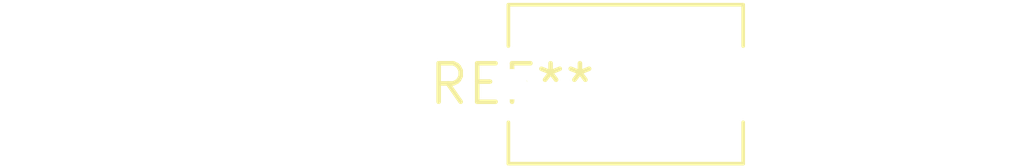
<source format=kicad_pcb>
(kicad_pcb (version 20240108) (generator pcbnew)
  (layers (0 "F.Cu" signal) (31 "B.Cu" signal) (34 "B.Paste" user) (35 "F.Paste" user) (36 "B.SilkS" user "B.Silkscreen") (37 "F.SilkS" user "F.Silkscreen") (38 "B.Mask" user) (39 "F.Mask" user) (44 "Edge.Cuts" user))
  (net 0 "")
  (footprint "C_Disc_D7.5mm_W5.0mm_P7.50mm" (layer "F.Cu") (at 0 0)
    (property "Reference" "REF**")
    (property "Value" "C_Disc_D7.5mm_W5.0mm_P7.50mm")
    (fp_line (start -0.12 -2.62) (end -0.12 -1.256) (layer "F.SilkS") (stroke (width 0.12)))
    (fp_line (start -0.12 -2.62) (end 7.62 -2.62) (layer "F.SilkS") (stroke (width 0.12)))
    (fp_line (start -0.12 1.256) (end -0.12 2.62) (layer "F.SilkS") (stroke (width 0.12)))
    (fp_line (start -0.12 2.62) (end 7.62 2.62) (layer "F.SilkS") (stroke (width 0.12)))
    (fp_line (start 7.62 -2.62) (end 7.62 -1.256) (layer "F.SilkS") (stroke (width 0.12)))
    (fp_line (start 7.62 1.256) (end 7.62 2.62) (layer "F.SilkS") (stroke (width 0.12)))
    (pad "1" thru_hole circle (at 0 0) (size 2 2) (drill 1) (layers *.Cu *.Mask) (remove_unused_layers))
    (pad "2" thru_hole circle (at 7.5 0) (size 2 2) (drill 1) (layers *.Cu *.Mask) (remove_unused_layers))
  )
)
</source>
